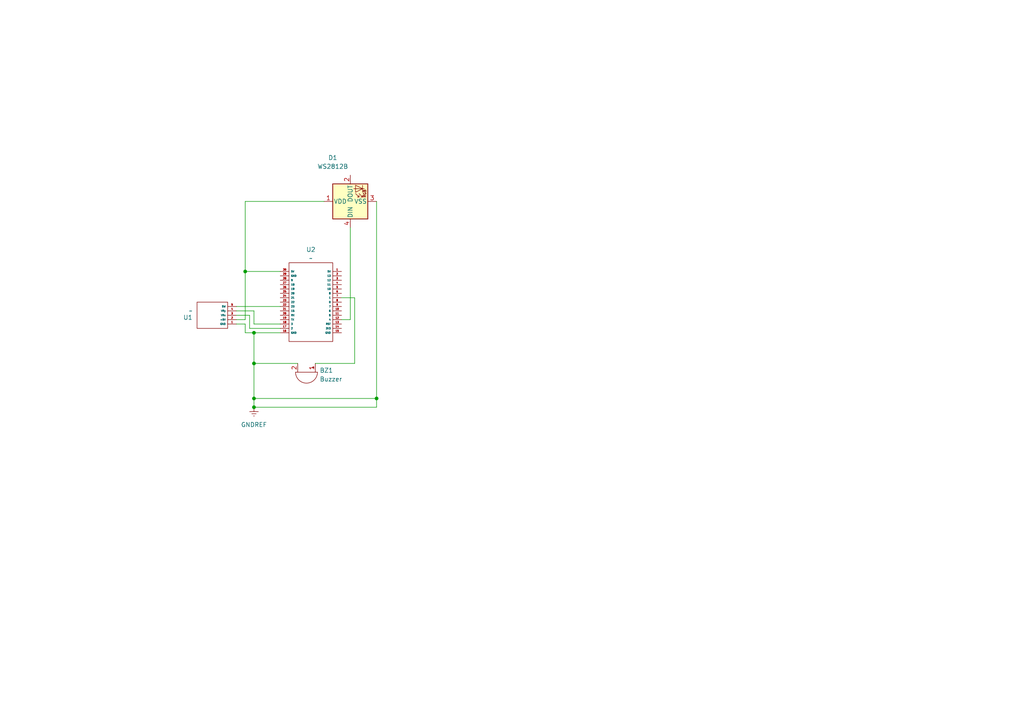
<source format=kicad_sch>
(kicad_sch (version 20231120) (generator "eeschema") (generator_version "8.0")
  (paper "A4")
  (lib_symbols
    (symbol "Device:Buzzer" (pin_names (offset 0.0254) hide)
      (property "Reference" "BZ" (at 3.81 1.27 0))
      (property "Value" "Buzzer" (at 3.81 -1.27 0))
      (symbol "Buzzer_0_1"
        (arc (start 0 -3.175) (mid 3.1612 0) (end 0 3.175))
        (polyline (pts (xy -1.651 1.905) (xy -1.143 1.905)))
        (polyline (pts (xy -1.397 2.159) (xy -1.397 1.651)))
        (polyline (pts (xy 0 3.175) (xy 0 -3.175)))
      )
      (symbol "Buzzer_1_1"
        (pin passive line (at -2.54 2.54 0) (length 2.54) (name "+") (number "1"))
        (pin passive line (at -2.54 -2.54 0) (length 2.54) (name "-") (number "2"))
      )
    )
    (symbol "LED:WS2812B" (pin_names (offset 0.254))
      (property "Reference" "D" (at 5.08 5.715 0))
      (property "Value" "WS2812B" (at 1.27 -5.715 0))
      (symbol "WS2812B_0_0"
        (text "RGB" (at 2.286 -4.191 0) (effects (font (size 0.762 0.762))))
      )
      (symbol "WS2812B_0_1"
        (polyline (pts (xy 1.27 -3.556) (xy 1.778 -3.556)))
        (polyline (pts (xy 1.27 -2.54) (xy 1.778 -2.54)))
        (polyline (pts (xy 4.699 -3.556) (xy 2.667 -3.556)))
        (polyline (pts (xy 2.286 -2.54) (xy 1.27 -3.556) (xy 1.27 -3.048)))
        (polyline (pts (xy 2.286 -1.524) (xy 1.27 -2.54) (xy 1.27 -2.032)))
        (polyline (pts (xy 3.683 -1.016) (xy 3.683 -3.556) (xy 3.683 -4.064)))
        (polyline (pts (xy 4.699 -1.524) (xy 2.667 -1.524) (xy 3.683 -3.556) (xy 4.699 -1.524)))
        (rectangle (start 5.08 5.08) (end -5.08 -5.08) (stroke (width 0.254)) (fill (type background)))
      )
      (symbol "WS2812B_1_1"
        (pin power_in line (at 0 7.62 270) (length 2.54) (name "VDD") (number "1"))
        (pin output line (at 7.62 0 180) (length 2.54) (name "DOUT") (number "2"))
        (pin power_in line (at 0 -7.62 90) (length 2.54) (name "VSS") (number "3"))
        (pin input line (at -7.62 0 0) (length 2.54) (name "DIN") (number "4"))
      )
    )
    (symbol "esp32-C3-DevKit:ESP32-C6"
      (property "Reference" "U" (at -5.08 1.778 0))
      (symbol "ESP32-C6_0_1"
        (rectangle (start -6.35 0) (end 6.35 -22.86))
      )
      (symbol "ESP32-C6_1_1"
        (pin input line (at 8.89 -2.54 180) (length 2.54) (name "5V") (number "1"))
        (pin input line (at 8.89 -13.97 180) (length 2.54) (name "6") (number "10"))
        (pin input line (at 8.89 -15.24 180) (length 2.54) (name "5") (number "11"))
        (pin input line (at 8.89 -16.51 180) (length 2.54) (name "4") (number "12"))
        (pin input line (at 8.89 -17.78 180) (length 2.54) (name "RST") (number "13"))
        (pin input line (at 8.89 -19.05 180) (length 2.54) (name "3V3") (number "14"))
        (pin input line (at 8.89 -20.32 180) (length 2.54) (name "GND") (number "15"))
        (pin input line (at -8.89 -20.32 0) (length 2.54) (name "GND") (number "16"))
        (pin input line (at -8.89 -19.05 0) (length 2.54) (name "2") (number "17"))
        (pin input line (at -8.89 -17.78 0) (length 2.54) (name "3") (number "18"))
        (pin input line (at -8.89 -16.51 0) (length 2.54) (name "TX") (number "19"))
        (pin input line (at 8.89 -3.81 180) (length 2.54) (name "13") (number "2"))
        (pin input line (at -8.89 -15.24 0) (length 2.54) (name "RX") (number "20"))
        (pin input line (at -8.89 -13.97 0) (length 2.54) (name "15") (number "21"))
        (pin input line (at -8.89 -12.7 0) (length 2.54) (name "23") (number "22"))
        (pin input line (at -8.89 -11.43 0) (length 2.54) (name "22") (number "23"))
        (pin input line (at -8.89 -10.16 0) (length 2.54) (name "21") (number "24"))
        (pin input line (at -8.89 -8.89 0) (length 2.54) (name "20") (number "25"))
        (pin input line (at -8.89 -7.62 0) (length 2.54) (name "19") (number "26"))
        (pin input line (at -8.89 -6.35 0) (length 2.54) (name "18") (number "27"))
        (pin input line (at -8.89 -5.08 0) (length 2.54) (name "9") (number "28"))
        (pin input line (at -8.89 -3.81 0) (length 2.54) (name "GND") (number "29"))
        (pin input line (at 8.89 -5.08 180) (length 2.54) (name "12") (number "3"))
        (pin input line (at -8.89 -2.54 0) (length 2.54) (name "5V") (number "30"))
        (pin input line (at 8.89 -6.35 180) (length 2.54) (name "11") (number "4"))
        (pin input line (at 8.89 -7.62 180) (length 2.54) (name "10") (number "5"))
        (pin input line (at 8.89 -8.89 180) (length 2.54) (name "8") (number "6"))
        (pin input line (at 8.89 -10.16 180) (length 2.54) (name "1") (number "7"))
        (pin input line (at 8.89 -11.43 180) (length 2.54) (name "0") (number "8"))
        (pin input line (at 8.89 -12.7 180) (length 2.54) (name "7") (number "9"))
      )
    )
    (symbol "joystick:Joystick"
      (property "Reference" "U" (at 0 0 0))
      (symbol "Joystick_0_1"
        (rectangle (start -3.81 -1.27) (end 5.08 -8.89))
      )
      (symbol "Joystick_1_1"
        (pin input line (at -6.35 -2.54 0) (length 2.54) (name "GND") (number "1"))
        (pin input line (at -6.35 -3.81 0) (length 2.54) (name "+5V") (number "2"))
        (pin input line (at -6.35 -5.08 0) (length 2.54) (name "VRx") (number "3"))
        (pin input line (at -6.35 -6.35 0) (length 2.54) (name "VRy") (number "4"))
        (pin input line (at -6.35 -7.62 0) (length 2.54) (name "SW") (number "5"))
      )
    )
    (symbol "power:GNDREF" (power) (pin_numbers hide) (pin_names (offset 0) hide)
      (property "Value" "GNDREF" (at 0 -3.81 0))
      (symbol "GNDREF_0_1"
        (polyline (pts (xy -0.635 -1.905) (xy 0.635 -1.905)))
        (polyline (pts (xy -0.127 -2.54) (xy 0.127 -2.54)))
        (polyline (pts (xy 0 -1.27) (xy 0 0)))
        (polyline (pts (xy 1.27 -1.27) (xy -1.27 -1.27)))
      )
      (symbol "GNDREF_1_1"
        (pin power_in line (at 0 0 270) (length 0) (name "~") (number "1"))
      )
    )
  )
  (junction (at 73.66 96.52))
  (junction (at 71.12 78.74))
  (junction (at 73.66 115.57))
  (junction (at 73.66 105.41))
  (junction (at 73.66 118.11))
  (junction (at 109.22 115.57))
  (wire (pts (xy 73.66 96.52) (xy 81.28 96.52)))
  (wire (pts (xy 71.12 93.98) (xy 68.58 93.98)))
  (wire (pts (xy 71.12 93.98) (xy 71.12 96.52)))
  (wire (pts (xy 68.58 92.71) (xy 71.12 92.71)))
  (wire (pts (xy 73.66 90.17) (xy 68.58 90.17)))
  (wire (pts (xy 73.66 105.41) (xy 73.66 96.52)))
  (wire (pts (xy 109.22 115.57) (xy 73.66 115.57)))
  (wire (pts (xy 73.66 115.57) (xy 73.66 105.41)))
  (wire (pts (xy 99.06 86.36) (xy 102.87 86.36)))
  (wire (pts (xy 81.28 93.98) (xy 73.66 93.98)))
  (wire (pts (xy 102.87 86.36) (xy 102.87 105.41)))
  (wire (pts (xy 71.12 58.42) (xy 93.98 58.42)))
  (wire (pts (xy 101.6 92.71) (xy 99.06 92.71)))
  (wire (pts (xy 73.66 93.98) (xy 73.66 90.17)))
  (wire (pts (xy 109.22 115.57) (xy 109.22 118.11)))
  (wire (pts (xy 71.12 78.74) (xy 81.28 78.74)))
  (wire (pts (xy 109.22 118.11) (xy 73.66 118.11)))
  (wire (pts (xy 68.58 88.9) (xy 81.28 88.9)))
  (wire (pts (xy 86.36 105.41) (xy 73.66 105.41)))
  (wire (pts (xy 109.22 58.42) (xy 109.22 115.57)))
  (wire (pts (xy 71.12 58.42) (xy 71.12 78.74)))
  (wire (pts (xy 102.87 105.41) (xy 91.44 105.41)))
  (wire (pts (xy 101.6 66.04) (xy 101.6 92.71)))
  (wire (pts (xy 72.39 91.44) (xy 72.39 95.25)))
  (wire (pts (xy 73.66 118.11) (xy 73.66 115.57)))
  (wire (pts (xy 68.58 91.44) (xy 72.39 91.44)))
  (wire (pts (xy 72.39 95.25) (xy 81.28 95.25)))
  (wire (pts (xy 71.12 96.52) (xy 73.66 96.52)))
  (wire (pts (xy 71.12 92.71) (xy 71.12 78.74)))
  (symbol (lib_id "power:GNDREF") (at 73.66 118.11 0) (unit 1)
    (property "Reference" "#PWR01" (effects (hide yes)))
    (property "Value" "GNDREF" (at 73.66 123.19 0))
    (property "Description" "Power symbol creates a global label with name \"GNDREF\" , reference supply ground" (effects (hide yes)))
  )
  (symbol (lib_id "LED:WS2812B") (at 101.6 58.42 90) (unit 1)
    (property "Reference" "D1" (at 96.52 45.7514 90))
    (property "Value" "WS2812B" (at 96.52 48.2914 90))
    (property "Footprint" "LED_SMD:LED_WS2812B_PLCC4_5.0x5.0mm_P3.2mm" (effects (hide yes)))
    (property "Datasheet" "https://cdn-shop.adafruit.com/datasheets/WS2812B.pdf" (effects (hide yes)))
    (property "Description" "RGB LED with integrated controller" (effects (hide yes)))
  )
  (symbol (lib_id "Device:Buzzer") (at 88.9 107.95 270) (unit 1)
    (property "Reference" "BZ1" (at 92.71 107.435 90) (effects (justify left)))
    (property "Value" "Buzzer" (at 92.71 109.975 90) (effects (justify left)))
    (property "Description" "Buzzer, polarized" (effects (hide yes)))
  )
  (symbol (lib_id "esp32-C3-DevKit:ESP32-C6") (at 90.17 76.2 0) (unit 1)
    (property "Reference" "U2" (at 90.17 72.39 0))
    (property "Value" "~" (at 90.17 74.93 0))
  )
  (symbol (lib_id "joystick:Joystick") (at 62.23 96.52 180) (unit 1)
    (property "Reference" "U1" (at 55.88 92.0751 0) (effects (justify left)))
    (property "Value" "~" (at 55.88 90.17 0) (effects (justify left)))
  )
)
</source>
